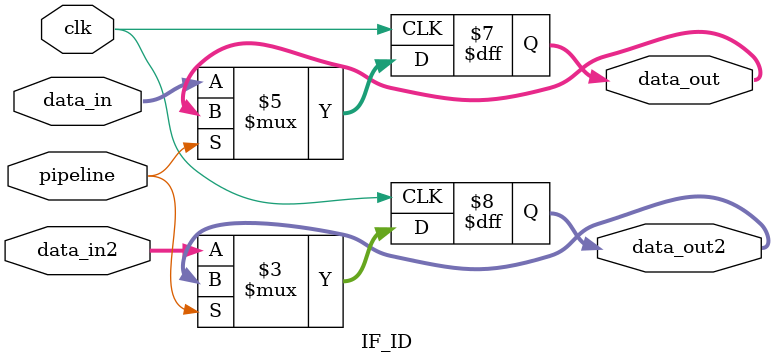
<source format=v>
module IF_ID#(parameter SIZE = 32)(
    input clk,
	input pipeline,
    input [SIZE-1:0] data_in,
    input [SIZE-1:0] data_in2,
    output reg [SIZE-1:0] data_out,
    output reg [SIZE-1:0] data_out2
);

always @(posedge clk) begin
	if(pipeline == 0) begin
		data_out <= data_in;
		data_out2 <= data_in2;
	end
end

endmodule

</source>
